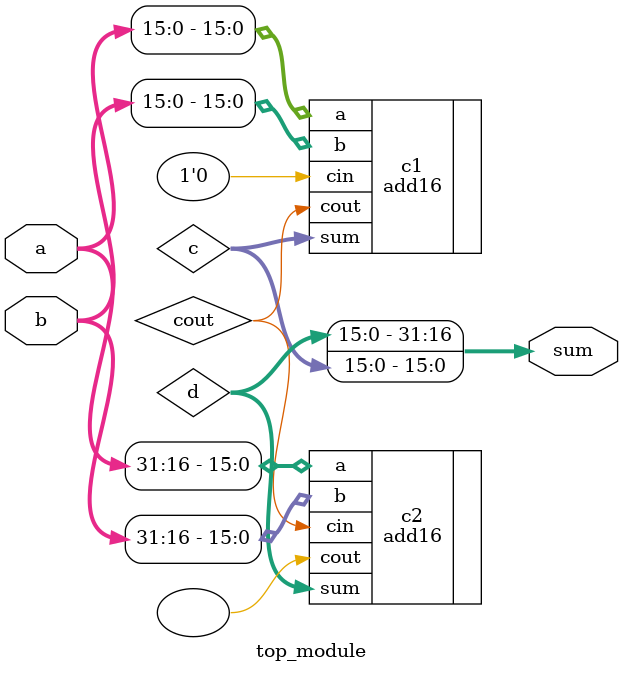
<source format=v>
module top_module(
    input [31:0] a,
    input [31:0] b,
    output [31:0] sum
);
    wire [15:0] c, d;
    wire cout;
add16 c1 (.a(a[15:0]), .b(b[15:0]), .cin(1'b0), .sum(c), .cout(cout));
add16 c2 (.a(a[31:16]), .b(b[31:16]), .cin(cout), .sum(d), .cout());
assign sum = {d, c};

endmodule

</source>
